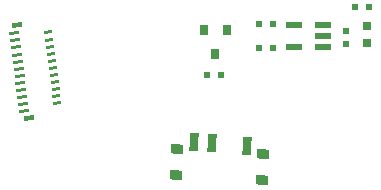
<source format=gbp>
G04*
G04 #@! TF.GenerationSoftware,Altium Limited,Altium Designer,19.1.5 (86)*
G04*
G04 Layer_Color=128*
%FSAX24Y24*%
%MOIN*%
G70*
G01*
G75*
%ADD37R,0.0551X0.0236*%
G04:AMPARAMS|DCode=38|XSize=59.1mil|YSize=27.6mil|CornerRadius=0mil|HoleSize=0mil|Usage=FLASHONLY|Rotation=86.250|XOffset=0mil|YOffset=0mil|HoleType=Round|Shape=Rectangle|*
%AMROTATEDRECTD38*
4,1,4,0.0118,-0.0304,-0.0157,-0.0286,-0.0118,0.0304,0.0157,0.0286,0.0118,-0.0304,0.0*
%
%ADD38ROTATEDRECTD38*%

G04:AMPARAMS|DCode=39|XSize=39.4mil|YSize=31.5mil|CornerRadius=0mil|HoleSize=0mil|Usage=FLASHONLY|Rotation=176.250|XOffset=0mil|YOffset=0mil|HoleType=Round|Shape=Rectangle|*
%AMROTATEDRECTD39*
4,1,4,0.0207,0.0144,0.0186,-0.0170,-0.0207,-0.0144,-0.0186,0.0170,0.0207,0.0144,0.0*
%
%ADD39ROTATEDRECTD39*%

G04:AMPARAMS|DCode=40|XSize=31.5mil|YSize=10.2mil|CornerRadius=0mil|HoleSize=0mil|Usage=FLASHONLY|Rotation=7.550|XOffset=0mil|YOffset=0mil|HoleType=Round|Shape=Rectangle|*
%AMROTATEDRECTD40*
4,1,4,-0.0149,-0.0071,-0.0163,0.0030,0.0149,0.0071,0.0163,-0.0030,-0.0149,-0.0071,0.0*
%
%ADD40ROTATEDRECTD40*%

G04:AMPARAMS|DCode=41|XSize=25.6mil|YSize=10.2mil|CornerRadius=0mil|HoleSize=0mil|Usage=FLASHONLY|Rotation=7.550|XOffset=0mil|YOffset=0mil|HoleType=Round|Shape=Rectangle|*
%AMROTATEDRECTD41*
4,1,4,-0.0120,-0.0068,-0.0134,0.0034,0.0120,0.0068,0.0134,-0.0034,-0.0120,-0.0068,0.0*
%
%ADD41ROTATEDRECTD41*%

G04:AMPARAMS|DCode=42|XSize=33.5mil|YSize=15.7mil|CornerRadius=0mil|HoleSize=0mil|Usage=FLASHONLY|Rotation=7.550|XOffset=0mil|YOffset=0mil|HoleType=Round|Shape=Rectangle|*
%AMROTATEDRECTD42*
4,1,4,-0.0156,-0.0100,-0.0176,0.0056,0.0156,0.0100,0.0176,-0.0056,-0.0156,-0.0100,0.0*
%
%ADD42ROTATEDRECTD42*%

%ADD43R,0.0315X0.0354*%
%ADD44R,0.0217X0.0217*%
%ADD45R,0.0217X0.0217*%
%ADD46R,0.0315X0.0315*%
D37*
X012858Y007924D02*
D03*
Y007176D02*
D03*
X013842D02*
D03*
Y007550D02*
D03*
Y007924D02*
D03*
D38*
X011318Y003891D02*
D03*
X010140Y003968D02*
D03*
X009550Y004007D02*
D03*
D39*
X011852Y003600D02*
D03*
X011795Y002735D02*
D03*
X008984Y003787D02*
D03*
X008927Y002923D02*
D03*
D40*
X003881Y005057D02*
D03*
X003850Y005291D02*
D03*
X003819Y005525D02*
D03*
X003788Y005759D02*
D03*
X003757Y005993D02*
D03*
X003726Y006227D02*
D03*
X003695Y006462D02*
D03*
X003664Y006696D02*
D03*
X003633Y006930D02*
D03*
X003602Y007164D02*
D03*
X003571Y007398D02*
D03*
X003540Y007632D02*
D03*
D41*
X004988Y005322D02*
D03*
X004957Y005557D02*
D03*
X004926Y005791D02*
D03*
X004895Y006025D02*
D03*
X004864Y006259D02*
D03*
X004833Y006493D02*
D03*
X004802Y006727D02*
D03*
X004771Y006962D02*
D03*
X004740Y007196D02*
D03*
X004709Y007430D02*
D03*
X004678Y007664D02*
D03*
D42*
X004045Y004800D02*
D03*
X003631Y007922D02*
D03*
D43*
X010250Y006956D02*
D03*
X010624Y007744D02*
D03*
X009876D02*
D03*
D44*
X009970Y006250D02*
D03*
X010430D02*
D03*
X012180Y007150D02*
D03*
X011720D02*
D03*
Y007950D02*
D03*
X012180D02*
D03*
X015380Y008500D02*
D03*
X014920D02*
D03*
D45*
X014600Y007270D02*
D03*
Y007730D02*
D03*
D46*
X015300Y007895D02*
D03*
Y007305D02*
D03*
M02*

</source>
